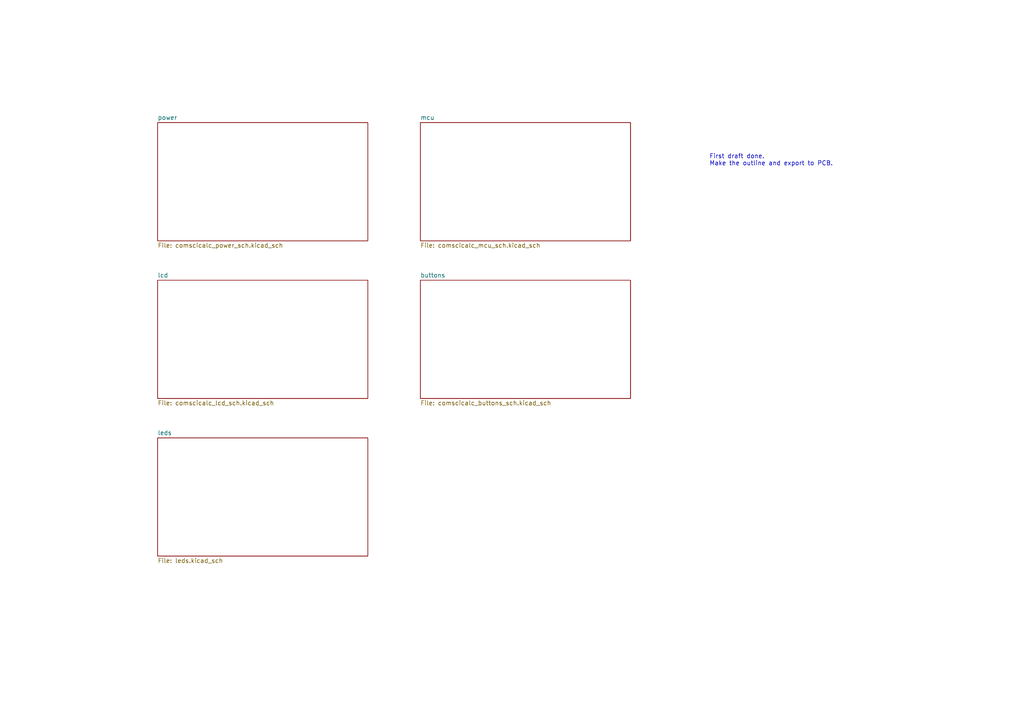
<source format=kicad_sch>
(kicad_sch (version 20211123) (generator eeschema)
  (paper "A4")
  (lib_symbols)
  (text "First draft done. \nMake the outline and export to PCB. " (at 205.74 48.26 0) (effects (font (size 1.27 1.27)) (justify left bottom)))
  (sheet (at 45.72 81.28) (size 60.96 34.29) (stroke (width 0.1524))
    (property "Sheet name" "lcd" (at 45.72 80.5684 0) (effects (justify left bottom)))
    (property "Sheet file" "comscicalc_lcd_sch.kicad_sch" (at 45.72 116.1546 0) (effects (justify left top)))
  )
  (sheet (at 121.92 35.56) (size 60.96 34.29) (stroke (width 0.1524))
    (property "Sheet name" "mcu" (at 121.92 34.8484 0) (effects (justify left bottom)))
    (property "Sheet file" "comscicalc_mcu_sch.kicad_sch" (at 121.92 70.4346 0) (effects (justify left top)))
  )
  (sheet (at 45.72 35.56) (size 60.96 34.29) (stroke (width 0.1524))
    (property "Sheet name" "power" (at 45.72 34.8484 0) (effects (justify left bottom)))
    (property "Sheet file" "comscicalc_power_sch.kicad_sch" (at 45.72 70.4346 0) (effects (justify left top)))
  )
  (sheet (at 45.72 127) (size 60.96 34.29) (stroke (width 0.1524))
    (property "Sheet name" "leds" (at 45.72 126.2884 0) (effects (justify left bottom)))
    (property "Sheet file" "leds.kicad_sch" (at 45.72 161.8746 0) (effects (justify left top)))
  )
  (sheet (at 121.92 81.28) (size 60.96 34.29) (stroke (width 0.1524))
    (property "Sheet name" "buttons" (at 121.92 80.5684 0) (effects (justify left bottom)))
    (property "Sheet file" "comscicalc_buttons_sch.kicad_sch" (at 121.92 116.1546 0) (effects (justify left top)))
  )
)
</source>
